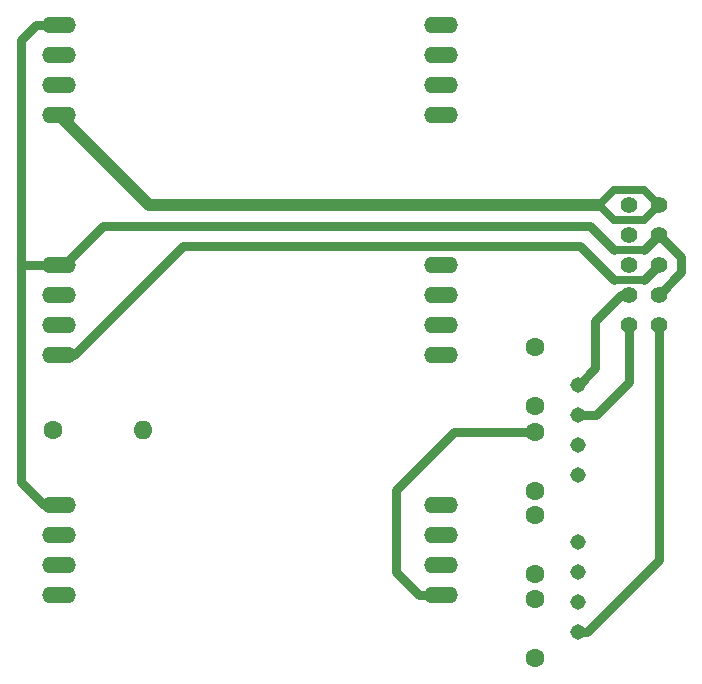
<source format=gbr>
%TF.GenerationSoftware,KiCad,Pcbnew,6.0.9-1.fc36*%
%TF.CreationDate,2022-12-06T19:06:56+01:00*%
%TF.ProjectId,iBolit_daughter,69426f6c-6974-45f6-9461-756768746572,rev?*%
%TF.SameCoordinates,Original*%
%TF.FileFunction,Copper,L1,Top*%
%TF.FilePolarity,Positive*%
%FSLAX46Y46*%
G04 Gerber Fmt 4.6, Leading zero omitted, Abs format (unit mm)*
G04 Created by KiCad (PCBNEW 6.0.9-1.fc36) date 2022-12-06 19:06:56*
%MOMM*%
%LPD*%
G01*
G04 APERTURE LIST*
%TA.AperFunction,ComponentPad*%
%ADD10C,1.600000*%
%TD*%
%TA.AperFunction,ComponentPad*%
%ADD11O,1.600000X1.600000*%
%TD*%
%TA.AperFunction,ComponentPad*%
%ADD12C,1.308000*%
%TD*%
%TA.AperFunction,ComponentPad*%
%ADD13R,1.308000X1.308000*%
%TD*%
%TA.AperFunction,ComponentPad*%
%ADD14C,1.422400*%
%TD*%
%TA.AperFunction,ComponentPad*%
%ADD15O,2.844800X1.422400*%
%TD*%
%TA.AperFunction,Conductor*%
%ADD16C,0.762000*%
%TD*%
%TA.AperFunction,Conductor*%
%ADD17C,0.700000*%
%TD*%
%TA.AperFunction,Conductor*%
%ADD18C,1.016000*%
%TD*%
%TA.AperFunction,Conductor*%
%ADD19C,0.635000*%
%TD*%
G04 APERTURE END LIST*
D10*
%TO.P,C9,1*%
%TO.N,Net-(JP5-Pad1)*%
X164084000Y-122381000D03*
%TO.P,C9,2*%
%TO.N,/GND1*%
X164084000Y-127381000D03*
%TD*%
%TO.P,C8,1*%
%TO.N,Net-(DC2-Pad2)*%
X164084000Y-115316000D03*
%TO.P,C8,2*%
%TO.N,/GND2*%
X164084000Y-120316000D03*
%TD*%
%TO.P,C6,1*%
%TO.N,/GND1*%
X164084000Y-129493000D03*
%TO.P,C6,2*%
%TO.N,/-12VIN*%
X164084000Y-134493000D03*
%TD*%
%TO.P,C7,1*%
%TO.N,/GND2*%
X164084000Y-108157000D03*
%TO.P,C7,2*%
%TO.N,/-12VOUT*%
X164084000Y-113157000D03*
%TD*%
%TO.P,R1,1,1*%
%TO.N,/+5VIN*%
X123230000Y-115150000D03*
D11*
%TO.P,R1,2,2*%
%TO.N,Net-(JP5-Pad3)*%
X130850000Y-115150000D03*
%TD*%
D12*
%TO.P,DC2,4,+VOUT*%
%TO.N,/GND2*%
X167741600Y-111353600D03*
%TO.P,DC2,3,-VOUT*%
%TO.N,/-12VOUT*%
X167741600Y-113893600D03*
%TO.P,DC2,2,+VIN*%
%TO.N,Net-(DC2-Pad2)*%
X167741600Y-116433600D03*
%TO.P,DC2,1,-VIN*%
%TO.N,/GND2*%
X167741600Y-118973600D03*
%TD*%
%TO.P,DC1,4,+VOUT*%
%TO.N,Net-(JP5-Pad1)*%
X167741600Y-124688600D03*
%TO.P,DC1,3,-VOUT*%
%TO.N,/GND1*%
X167741600Y-127228600D03*
%TO.P,DC1,2,+VIN*%
X167741600Y-129768600D03*
%TO.P,DC1,1,-VIN*%
%TO.N,/-12VIN*%
X167741600Y-132308600D03*
%TD*%
D13*
%TO.P,X3,GNDIN,GNDI*%
%TO.N,/GND1*%
X123736100Y-121513600D03*
%TO.P,X3,GNDOUT,GNDO*%
%TO.N,/GND2*%
X156121100Y-121513600D03*
%TO.P,X3,NC1,NC1*%
%TO.N,Net-(JP5-Pad3)*%
X123736100Y-124053600D03*
%TO.P,X3,NC2,NC2*%
%TO.N,Net-(JP5-Pad2)*%
X123736100Y-126593600D03*
%TO.P,X3,NC3,NC3*%
%TO.N,Net-(JP8-Pad3)*%
X156121100Y-126593600D03*
%TO.P,X3,NC4,NC4*%
%TO.N,Net-(JP8-Pad2)*%
X156121100Y-124053600D03*
%TO.P,X3,VIN,VIN*%
%TO.N,Net-(JP5-Pad1)*%
X123736100Y-129133600D03*
%TO.P,X3,VOUT,VOUT*%
%TO.N,Net-(DC2-Pad2)*%
X156121100Y-129133600D03*
%TD*%
%TO.P,X2,GNDIN,GNDI*%
%TO.N,/GND1*%
X123736100Y-101193600D03*
%TO.P,X2,GNDOUT,GNDO*%
%TO.N,/GND2*%
X156121100Y-101193600D03*
%TO.P,X2,NC1,NC1*%
%TO.N,Net-(JP4-Pad3)*%
X123736100Y-103733600D03*
%TO.P,X2,NC2,NC2*%
%TO.N,Net-(JP4-Pad2)*%
X123736100Y-106273600D03*
%TO.P,X2,NC3,NC3*%
%TO.N,Net-(JP7-Pad3)*%
X156121100Y-106273600D03*
%TO.P,X2,NC4,NC4*%
%TO.N,Net-(JP7-Pad2)*%
X156121100Y-103733600D03*
%TO.P,X2,VIN,VIN*%
%TO.N,/+12VIN*%
X123736100Y-108813600D03*
%TO.P,X2,VOUT,VOUT*%
%TO.N,/+12VOUT*%
X156121100Y-108813600D03*
%TD*%
%TO.P,X1,GNDIN,GNDI*%
%TO.N,/GND1*%
X123736100Y-80873600D03*
%TO.P,X1,GNDOUT,GNDO*%
%TO.N,/GND2*%
X156121100Y-80873600D03*
%TO.P,X1,NC1,NC1*%
%TO.N,Net-(JP3-Pad3)*%
X123736100Y-83413600D03*
%TO.P,X1,NC2,NC2*%
%TO.N,Net-(JP3-Pad2)*%
X123736100Y-85953600D03*
%TO.P,X1,NC3,NC3*%
%TO.N,Net-(JP6-Pad3)*%
X156121100Y-85953600D03*
%TO.P,X1,NC4,NC4*%
%TO.N,Net-(JP6-Pad2)*%
X156121100Y-83413600D03*
%TO.P,X1,VIN,VIN*%
%TO.N,/+5VIN*%
X123736100Y-88493600D03*
%TO.P,X1,VOUT,VOUT*%
%TO.N,/+5VOUT*%
X156121100Y-88493600D03*
%TD*%
D14*
%TO.P,JP2,1,1*%
%TO.N,/-12VIN*%
X174536100Y-106273600D03*
%TO.P,JP2,2,2*%
%TO.N,/-12VOUT*%
X171996100Y-106273600D03*
%TO.P,JP2,3,3*%
%TO.N,/GND1*%
X174536100Y-103733600D03*
%TO.P,JP2,4,4*%
%TO.N,/GND2*%
X171996100Y-103733600D03*
%TO.P,JP2,5,5*%
%TO.N,/+12VIN*%
X174536100Y-101193600D03*
%TO.P,JP2,6,6*%
%TO.N,/+12VOUT*%
X171996100Y-101193600D03*
%TO.P,JP2,7,7*%
%TO.N,/GND1*%
X174536100Y-98653600D03*
%TO.P,JP2,8,8*%
%TO.N,/GND2*%
X171996100Y-98653600D03*
%TO.P,JP2,9,9*%
%TO.N,/+5VIN*%
X174536100Y-96113600D03*
%TO.P,JP2,10,10*%
%TO.N,/+5VOUT*%
X171996100Y-96113600D03*
%TD*%
D15*
%TO.P,JP3,4,4*%
%TO.N,/GND1*%
X123736100Y-80873600D03*
%TO.P,JP3,3,3*%
%TO.N,Net-(JP3-Pad3)*%
X123736100Y-83413600D03*
%TO.P,JP3,2,2*%
%TO.N,Net-(JP3-Pad2)*%
X123736100Y-85953600D03*
%TO.P,JP3,1,1*%
%TO.N,/+5VIN*%
X123736100Y-88493600D03*
%TD*%
%TO.P,JP4,4,4*%
%TO.N,/GND1*%
X123736100Y-101193600D03*
%TO.P,JP4,3,3*%
%TO.N,Net-(JP4-Pad3)*%
X123736100Y-103733600D03*
%TO.P,JP4,2,2*%
%TO.N,Net-(JP4-Pad2)*%
X123736100Y-106273600D03*
%TO.P,JP4,1,1*%
%TO.N,/+12VIN*%
X123736100Y-108813600D03*
%TD*%
%TO.P,JP5,4,4*%
%TO.N,/GND1*%
X123736100Y-121513600D03*
%TO.P,JP5,3,3*%
%TO.N,Net-(JP5-Pad3)*%
X123736100Y-124053600D03*
%TO.P,JP5,2,2*%
%TO.N,Net-(JP5-Pad2)*%
X123736100Y-126593600D03*
%TO.P,JP5,1,1*%
%TO.N,Net-(JP5-Pad1)*%
X123736100Y-129133600D03*
%TD*%
%TO.P,JP6,4,4*%
%TO.N,/+5VOUT*%
X156121100Y-88493600D03*
%TO.P,JP6,3,3*%
%TO.N,Net-(JP6-Pad3)*%
X156121100Y-85953600D03*
%TO.P,JP6,2,2*%
%TO.N,Net-(JP6-Pad2)*%
X156121100Y-83413600D03*
%TO.P,JP6,1,1*%
%TO.N,/GND2*%
X156121100Y-80873600D03*
%TD*%
%TO.P,JP7,4,4*%
%TO.N,/+12VOUT*%
X156121100Y-108813600D03*
%TO.P,JP7,3,3*%
%TO.N,Net-(JP7-Pad3)*%
X156121100Y-106273600D03*
%TO.P,JP7,2,2*%
%TO.N,Net-(JP7-Pad2)*%
X156121100Y-103733600D03*
%TO.P,JP7,1,1*%
%TO.N,/GND2*%
X156121100Y-101193600D03*
%TD*%
%TO.P,JP8,4,4*%
%TO.N,Net-(DC2-Pad2)*%
X156121100Y-129133600D03*
%TO.P,JP8,3,3*%
%TO.N,Net-(JP8-Pad3)*%
X156121100Y-126593600D03*
%TO.P,JP8,2,2*%
%TO.N,Net-(JP8-Pad2)*%
X156121100Y-124053600D03*
%TO.P,JP8,1,1*%
%TO.N,/GND2*%
X156121100Y-121513600D03*
%TD*%
D16*
%TO.N,/GND1*%
X123736100Y-101193600D02*
X124155200Y-101193600D01*
X124155200Y-101193600D02*
X127463550Y-97885250D01*
X127463550Y-97885250D02*
X168687750Y-97885250D01*
X168687750Y-97885250D02*
X170726100Y-99923600D01*
%TO.N,/+12VIN*%
X123736100Y-108813600D02*
X125006100Y-108813600D01*
X125006100Y-108813600D02*
X134245350Y-99574350D01*
X134245350Y-99574350D02*
X167836850Y-99574350D01*
X167836850Y-99574350D02*
X170726100Y-102463600D01*
%TO.N,Net-(DC2-Pad2)*%
X156121100Y-129133600D02*
X154216100Y-129133600D01*
X154216100Y-129133600D02*
X152311100Y-127228600D01*
X152311100Y-127228600D02*
X152311100Y-120243600D01*
X152311100Y-120243600D02*
X157238700Y-115316000D01*
X157238700Y-115316000D02*
X164084000Y-115316000D01*
%TO.N,/-12VIN*%
X174536100Y-106273600D02*
X174536100Y-126199900D01*
X174536100Y-126199900D02*
X168427400Y-132308600D01*
X168427400Y-132308600D02*
X167741600Y-132308600D01*
%TO.N,/GND1*%
X120561100Y-99923600D02*
X120561100Y-101053900D01*
X120561100Y-101053900D02*
X120700800Y-101193600D01*
X120700800Y-101193600D02*
X123736100Y-101193600D01*
D17*
X170726100Y-99923600D02*
X173266100Y-99923600D01*
D16*
X173266100Y-99923600D02*
X174536100Y-98653600D01*
%TO.N,/+12VIN*%
X173266100Y-102463600D02*
X174536100Y-101193600D01*
D17*
X170726100Y-102463600D02*
X173266100Y-102463600D01*
D16*
%TO.N,/GND2*%
X171996100Y-103733600D02*
X171348400Y-103733600D01*
X171348400Y-103733600D02*
X169164000Y-105918000D01*
X169164000Y-105918000D02*
X169164000Y-109956600D01*
X169164000Y-109956600D02*
X167767000Y-111353600D01*
%TO.N,/-12VOUT*%
X171996100Y-106273600D02*
X171996100Y-111086900D01*
X171996100Y-111086900D02*
X169189400Y-113893600D01*
X169189400Y-113893600D02*
X167767000Y-113893600D01*
D18*
%TO.N,/+5VIN*%
X123736100Y-88493600D02*
X131356100Y-96113600D01*
X131356100Y-96113600D02*
X169456100Y-96113600D01*
D19*
X169456100Y-96113600D02*
X170726100Y-94843600D01*
X170726100Y-94843600D02*
X173266100Y-94843600D01*
X173266100Y-94843600D02*
X174536100Y-96113600D01*
X169456100Y-96113600D02*
X170726100Y-97383600D01*
X170726100Y-97383600D02*
X173266100Y-97383600D01*
X173266100Y-97383600D02*
X174536100Y-96113600D01*
D16*
%TO.N,/GND1*%
X123736100Y-80873600D02*
X121831100Y-80873600D01*
X121831100Y-80873600D02*
X120561100Y-82143600D01*
X120561100Y-82143600D02*
X120561100Y-99923600D01*
X123736100Y-121513600D02*
X122466100Y-121513600D01*
X122466100Y-121513600D02*
X120561100Y-119608600D01*
X120561100Y-119608600D02*
X120561100Y-99923600D01*
X174536100Y-98653600D02*
X176441100Y-100558600D01*
X176441100Y-100558600D02*
X176441100Y-101828600D01*
X176441100Y-101828600D02*
X174536100Y-103733600D01*
%TD*%
M02*

</source>
